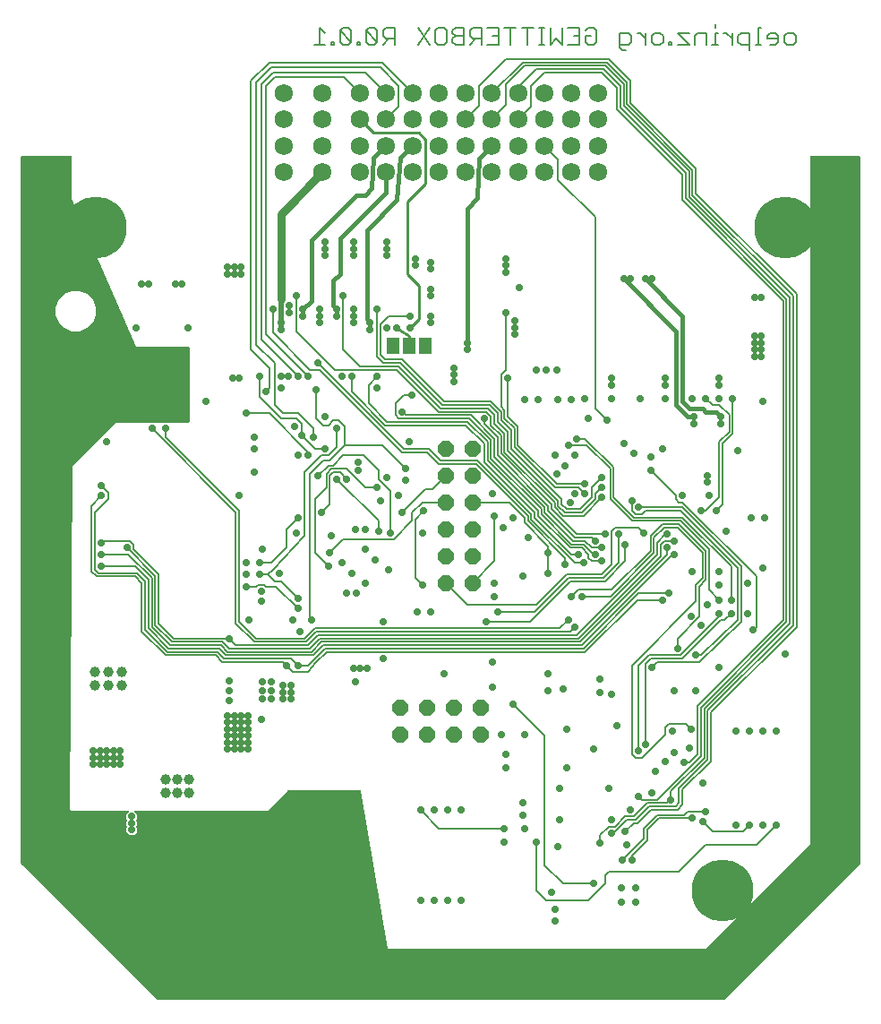
<source format=gbr>
G04 EAGLE Gerber RS-274X export*
G75*
%MOMM*%
%FSLAX34Y34*%
%LPD*%
%INBottom Copper*%
%IPPOS*%
%AMOC8*
5,1,8,0,0,1.08239X$1,22.5*%
G01*
%ADD10C,0.152400*%
%ADD11R,1.168400X1.600200*%
%ADD12P,1.649562X8X292.500000*%
%ADD13C,1.725000*%
%ADD14P,1.649562X8X202.500000*%
%ADD15C,0.711200*%
%ADD16C,5.842000*%
%ADD17C,1.006400*%
%ADD18C,0.254000*%
%ADD19C,0.203200*%
%ADD20C,0.508000*%
%ADD21C,0.762000*%
%ADD22C,0.406400*%

G36*
X668459Y3190D02*
X668459Y3190D01*
X668550Y3198D01*
X668580Y3210D01*
X668612Y3215D01*
X668693Y3258D01*
X668777Y3294D01*
X668809Y3320D01*
X668829Y3331D01*
X668852Y3354D01*
X668908Y3399D01*
X796601Y131092D01*
X796654Y131166D01*
X796714Y131236D01*
X796726Y131266D01*
X796745Y131292D01*
X796772Y131379D01*
X796806Y131464D01*
X796810Y131505D01*
X796817Y131527D01*
X796816Y131559D01*
X796824Y131631D01*
X796824Y799294D01*
X796816Y799345D01*
X796817Y799396D01*
X796789Y799511D01*
X796785Y799537D01*
X796780Y799545D01*
X796777Y799559D01*
X796516Y800264D01*
X796511Y800272D01*
X796510Y800280D01*
X796451Y800378D01*
X796394Y800478D01*
X796388Y800484D01*
X796383Y800491D01*
X796297Y800565D01*
X796211Y800642D01*
X796203Y800645D01*
X796197Y800651D01*
X796090Y800694D01*
X795984Y800739D01*
X795976Y800740D01*
X795968Y800743D01*
X795802Y800761D01*
X750000Y800761D01*
X749980Y800758D01*
X749961Y800760D01*
X749859Y800738D01*
X749757Y800722D01*
X749740Y800712D01*
X749720Y800708D01*
X749631Y800655D01*
X749540Y800606D01*
X749526Y800592D01*
X749509Y800582D01*
X749442Y800503D01*
X749371Y800428D01*
X749362Y800410D01*
X749349Y800395D01*
X749310Y800299D01*
X749267Y800205D01*
X749265Y800185D01*
X749257Y800167D01*
X749239Y800000D01*
X749239Y150315D01*
X663036Y64038D01*
X650560Y51561D01*
X349893Y51561D01*
X324600Y200153D01*
X324575Y200228D01*
X324558Y200305D01*
X324535Y200343D01*
X324521Y200385D01*
X324472Y200448D01*
X324432Y200516D01*
X324398Y200545D01*
X324371Y200580D01*
X324305Y200624D01*
X324245Y200676D01*
X324203Y200693D01*
X324166Y200717D01*
X324090Y200738D01*
X324017Y200768D01*
X323958Y200774D01*
X323929Y200782D01*
X323902Y200781D01*
X323850Y200786D01*
X255588Y200786D01*
X255497Y200772D01*
X255407Y200764D01*
X255377Y200752D01*
X255345Y200747D01*
X255264Y200704D01*
X255180Y200668D01*
X255148Y200642D01*
X255127Y200631D01*
X255105Y200608D01*
X255049Y200563D01*
X236222Y181736D01*
X111090Y181736D01*
X111019Y181725D01*
X110948Y181723D01*
X110899Y181705D01*
X110847Y181697D01*
X110784Y181663D01*
X110717Y181638D01*
X110676Y181606D01*
X110630Y181581D01*
X110581Y181530D01*
X110525Y181485D01*
X110496Y181441D01*
X110461Y181403D01*
X110430Y181338D01*
X110392Y181278D01*
X110379Y181227D01*
X110357Y181180D01*
X110349Y181109D01*
X110332Y181039D01*
X110336Y180987D01*
X110330Y180936D01*
X110345Y180865D01*
X110351Y180794D01*
X110371Y180746D01*
X110382Y180695D01*
X110419Y180634D01*
X110447Y180568D01*
X110492Y180512D01*
X110508Y180484D01*
X110526Y180469D01*
X110552Y180437D01*
X112777Y178212D01*
X112777Y174213D01*
X112139Y173576D01*
X112128Y173560D01*
X112112Y173547D01*
X112056Y173460D01*
X111996Y173376D01*
X111990Y173357D01*
X111979Y173340D01*
X111954Y173240D01*
X111923Y173141D01*
X111924Y173121D01*
X111919Y173102D01*
X111927Y172999D01*
X111930Y172895D01*
X111937Y172876D01*
X111938Y172857D01*
X111979Y172762D01*
X112014Y172664D01*
X112027Y172648D01*
X112035Y172630D01*
X112139Y172499D01*
X112777Y171862D01*
X112777Y167863D01*
X112139Y167226D01*
X112128Y167210D01*
X112112Y167197D01*
X112056Y167110D01*
X111996Y167026D01*
X111990Y167007D01*
X111979Y166990D01*
X111954Y166890D01*
X111923Y166791D01*
X111924Y166771D01*
X111919Y166752D01*
X111927Y166649D01*
X111930Y166545D01*
X111937Y166526D01*
X111938Y166506D01*
X111979Y166412D01*
X112014Y166314D01*
X112027Y166298D01*
X112035Y166280D01*
X112139Y166149D01*
X112777Y165512D01*
X112777Y161513D01*
X109949Y158686D01*
X105951Y158686D01*
X103123Y161513D01*
X103123Y165512D01*
X103761Y166149D01*
X103772Y166165D01*
X103788Y166178D01*
X103844Y166265D01*
X103904Y166349D01*
X103910Y166368D01*
X103921Y166385D01*
X103946Y166485D01*
X103977Y166584D01*
X103976Y166604D01*
X103981Y166623D01*
X103973Y166726D01*
X103970Y166830D01*
X103963Y166849D01*
X103962Y166868D01*
X103921Y166963D01*
X103886Y167061D01*
X103873Y167077D01*
X103865Y167095D01*
X103761Y167226D01*
X103123Y167863D01*
X103123Y171862D01*
X103761Y172499D01*
X103772Y172515D01*
X103788Y172528D01*
X103844Y172615D01*
X103904Y172699D01*
X103910Y172718D01*
X103921Y172735D01*
X103946Y172835D01*
X103977Y172934D01*
X103976Y172954D01*
X103981Y172973D01*
X103973Y173076D01*
X103970Y173180D01*
X103963Y173199D01*
X103962Y173219D01*
X103921Y173313D01*
X103886Y173411D01*
X103873Y173427D01*
X103865Y173445D01*
X103761Y173576D01*
X103123Y174213D01*
X103123Y178212D01*
X105348Y180437D01*
X105390Y180495D01*
X105439Y180547D01*
X105461Y180594D01*
X105492Y180636D01*
X105513Y180705D01*
X105543Y180770D01*
X105549Y180822D01*
X105564Y180872D01*
X105562Y180943D01*
X105570Y181014D01*
X105559Y181065D01*
X105558Y181117D01*
X105533Y181185D01*
X105518Y181255D01*
X105491Y181299D01*
X105473Y181348D01*
X105428Y181404D01*
X105392Y181466D01*
X105352Y181500D01*
X105320Y181540D01*
X105259Y181579D01*
X105205Y181626D01*
X105156Y181645D01*
X105113Y181673D01*
X105043Y181691D01*
X104977Y181718D01*
X104905Y181726D01*
X104874Y181734D01*
X104851Y181732D01*
X104810Y181736D01*
X51113Y181736D01*
X49176Y183653D01*
X51559Y507682D01*
X92390Y548514D01*
X161925Y548514D01*
X161945Y548517D01*
X161964Y548515D01*
X162066Y548537D01*
X162168Y548554D01*
X162185Y548563D01*
X162205Y548567D01*
X162294Y548620D01*
X162385Y548669D01*
X162399Y548683D01*
X162416Y548693D01*
X162483Y548772D01*
X162555Y548847D01*
X162563Y548865D01*
X162576Y548880D01*
X162615Y548976D01*
X162658Y549070D01*
X162660Y549090D01*
X162668Y549108D01*
X162686Y549275D01*
X162686Y619125D01*
X162683Y619145D01*
X162685Y619164D01*
X162663Y619266D01*
X162647Y619368D01*
X162637Y619385D01*
X162633Y619405D01*
X162580Y619494D01*
X162531Y619585D01*
X162517Y619599D01*
X162507Y619616D01*
X162428Y619683D01*
X162353Y619755D01*
X162335Y619763D01*
X162320Y619776D01*
X162224Y619815D01*
X162130Y619858D01*
X162110Y619860D01*
X162092Y619868D01*
X161925Y619886D01*
X111624Y619886D01*
X50761Y759783D01*
X50761Y800000D01*
X50758Y800020D01*
X50760Y800039D01*
X50738Y800141D01*
X50722Y800243D01*
X50712Y800260D01*
X50708Y800280D01*
X50655Y800369D01*
X50606Y800460D01*
X50592Y800474D01*
X50582Y800491D01*
X50503Y800558D01*
X50428Y800630D01*
X50410Y800638D01*
X50395Y800651D01*
X50299Y800690D01*
X50205Y800733D01*
X50185Y800735D01*
X50167Y800743D01*
X50000Y800761D01*
X4198Y800761D01*
X4190Y800760D01*
X4182Y800761D01*
X4069Y800740D01*
X3956Y800722D01*
X3948Y800718D01*
X3940Y800716D01*
X3840Y800660D01*
X3738Y800606D01*
X3732Y800600D01*
X3725Y800596D01*
X3648Y800511D01*
X3569Y800428D01*
X3565Y800420D01*
X3560Y800414D01*
X3484Y800264D01*
X3223Y799559D01*
X3213Y799509D01*
X3194Y799461D01*
X3181Y799344D01*
X3176Y799317D01*
X3177Y799308D01*
X3176Y799294D01*
X3176Y131631D01*
X3190Y131541D01*
X3198Y131450D01*
X3210Y131420D01*
X3215Y131388D01*
X3258Y131307D01*
X3294Y131223D01*
X3320Y131191D01*
X3331Y131171D01*
X3354Y131148D01*
X3399Y131092D01*
X131092Y3399D01*
X131166Y3346D01*
X131236Y3286D01*
X131266Y3274D01*
X131292Y3255D01*
X131379Y3228D01*
X131464Y3194D01*
X131505Y3190D01*
X131527Y3183D01*
X131559Y3184D01*
X131631Y3176D01*
X668369Y3176D01*
X668459Y3190D01*
G37*
%LPC*%
G36*
X51213Y634959D02*
X51213Y634959D01*
X44214Y637858D01*
X38858Y643214D01*
X35959Y650213D01*
X35959Y657787D01*
X38858Y664786D01*
X44214Y670142D01*
X51213Y673041D01*
X58787Y673041D01*
X65786Y670142D01*
X71142Y664786D01*
X74041Y657787D01*
X74041Y650213D01*
X71142Y643214D01*
X65786Y637858D01*
X58787Y634959D01*
X51213Y634959D01*
G37*
%LPD*%
D10*
X733126Y905637D02*
X727703Y905637D01*
X724991Y908349D01*
X724991Y913772D01*
X727703Y916484D01*
X733126Y916484D01*
X735838Y913772D01*
X735838Y908349D01*
X733126Y905637D01*
X716755Y905637D02*
X711332Y905637D01*
X716755Y905637D02*
X719466Y908349D01*
X719466Y913772D01*
X716755Y916484D01*
X711332Y916484D01*
X708620Y913772D01*
X708620Y911060D01*
X719466Y911060D01*
X703095Y921907D02*
X700383Y921907D01*
X700383Y905637D01*
X697672Y905637D02*
X703095Y905637D01*
X692181Y900214D02*
X692181Y916484D01*
X684046Y916484D01*
X681334Y913772D01*
X681334Y908349D01*
X684046Y905637D01*
X692181Y905637D01*
X675809Y905637D02*
X675809Y916484D01*
X670386Y916484D02*
X675809Y911060D01*
X670386Y916484D02*
X667674Y916484D01*
X662166Y916484D02*
X659454Y916484D01*
X659454Y905637D01*
X656743Y905637D02*
X662166Y905637D01*
X659454Y921907D02*
X659454Y924619D01*
X651252Y916484D02*
X651252Y905637D01*
X651252Y916484D02*
X643117Y916484D01*
X640405Y913772D01*
X640405Y905637D01*
X634880Y916484D02*
X624033Y916484D01*
X634880Y905637D01*
X624033Y905637D01*
X618508Y905637D02*
X618508Y908349D01*
X615797Y908349D01*
X615797Y905637D01*
X618508Y905637D01*
X607611Y905637D02*
X602188Y905637D01*
X599476Y908349D01*
X599476Y913772D01*
X602188Y916484D01*
X607611Y916484D01*
X610323Y913772D01*
X610323Y908349D01*
X607611Y905637D01*
X593951Y905637D02*
X593951Y916484D01*
X588528Y916484D02*
X593951Y911060D01*
X588528Y916484D02*
X585816Y916484D01*
X574885Y900214D02*
X572173Y900214D01*
X569462Y902925D01*
X569462Y916484D01*
X577597Y916484D01*
X580308Y913772D01*
X580308Y908349D01*
X577597Y905637D01*
X569462Y905637D01*
X539430Y921907D02*
X536718Y919195D01*
X539430Y921907D02*
X544853Y921907D01*
X547565Y919195D01*
X547565Y908349D01*
X544853Y905637D01*
X539430Y905637D01*
X536718Y908349D01*
X536718Y913772D01*
X542142Y913772D01*
X531193Y921907D02*
X520347Y921907D01*
X531193Y921907D02*
X531193Y905637D01*
X520347Y905637D01*
X525770Y913772D02*
X531193Y913772D01*
X514822Y921907D02*
X514822Y905637D01*
X509399Y911060D01*
X503975Y905637D01*
X503975Y921907D01*
X498450Y905637D02*
X493027Y905637D01*
X495739Y905637D02*
X495739Y921907D01*
X498450Y921907D02*
X493027Y921907D01*
X482113Y921907D02*
X482113Y905637D01*
X487536Y921907D02*
X476689Y921907D01*
X465741Y921907D02*
X465741Y905637D01*
X471164Y921907D02*
X460318Y921907D01*
X454793Y921907D02*
X443946Y921907D01*
X454793Y921907D02*
X454793Y905637D01*
X443946Y905637D01*
X449370Y913772D02*
X454793Y913772D01*
X438421Y905637D02*
X438421Y921907D01*
X430286Y921907D01*
X427575Y919195D01*
X427575Y913772D01*
X430286Y911060D01*
X438421Y911060D01*
X432998Y911060D02*
X427575Y905637D01*
X422050Y905637D02*
X422050Y921907D01*
X413915Y921907D01*
X411203Y919195D01*
X411203Y916484D01*
X413915Y913772D01*
X411203Y911060D01*
X411203Y908349D01*
X413915Y905637D01*
X422050Y905637D01*
X422050Y913772D02*
X413915Y913772D01*
X402967Y921907D02*
X397543Y921907D01*
X402967Y921907D02*
X405678Y919195D01*
X405678Y908349D01*
X402967Y905637D01*
X397543Y905637D01*
X394832Y908349D01*
X394832Y919195D01*
X397543Y921907D01*
X389307Y921907D02*
X378460Y905637D01*
X389307Y905637D02*
X378460Y921907D01*
X356563Y921907D02*
X356563Y905637D01*
X356563Y921907D02*
X348429Y921907D01*
X345717Y919195D01*
X345717Y913772D01*
X348429Y911060D01*
X356563Y911060D01*
X351140Y911060D02*
X345717Y905637D01*
X340192Y908349D02*
X340192Y919195D01*
X337480Y921907D01*
X332057Y921907D01*
X329345Y919195D01*
X329345Y908349D01*
X332057Y905637D01*
X337480Y905637D01*
X340192Y908349D01*
X329345Y919195D01*
X323820Y908349D02*
X323820Y905637D01*
X323820Y908349D02*
X321109Y908349D01*
X321109Y905637D01*
X323820Y905637D01*
X315635Y908349D02*
X315635Y919195D01*
X312923Y921907D01*
X307500Y921907D01*
X304788Y919195D01*
X304788Y908349D01*
X307500Y905637D01*
X312923Y905637D01*
X315635Y908349D01*
X304788Y919195D01*
X299263Y908349D02*
X299263Y905637D01*
X299263Y908349D02*
X296551Y908349D01*
X296551Y905637D01*
X299263Y905637D01*
X291077Y916484D02*
X285654Y921907D01*
X285654Y905637D01*
X291077Y905637D02*
X280231Y905637D01*
D11*
X354648Y620713D03*
X369888Y620713D03*
X385128Y620713D03*
D12*
X430213Y523875D03*
X404813Y523875D03*
X430213Y498475D03*
X404813Y498475D03*
X430213Y473075D03*
X404813Y473075D03*
X430213Y447675D03*
X404813Y447675D03*
X430213Y422275D03*
X404813Y422275D03*
X430213Y396875D03*
X404813Y396875D03*
D13*
X251500Y785000D03*
X251500Y810000D03*
X251500Y835000D03*
X251500Y860000D03*
X288500Y785000D03*
X288500Y810000D03*
X288500Y835000D03*
X288500Y860000D03*
X323500Y785000D03*
X323500Y810000D03*
X323500Y835000D03*
X323500Y860000D03*
X348500Y785000D03*
X348500Y810000D03*
X348500Y835000D03*
X348500Y860000D03*
X373500Y785000D03*
X373500Y810000D03*
X373500Y835000D03*
X373500Y860000D03*
X398500Y785000D03*
X398500Y810000D03*
X398500Y835000D03*
X398500Y860000D03*
X423500Y785000D03*
X423500Y810000D03*
X423500Y835000D03*
X423500Y860000D03*
X448500Y785000D03*
X448500Y810000D03*
X448500Y835000D03*
X448500Y860000D03*
X473500Y785000D03*
X473500Y810000D03*
X473500Y835000D03*
X473500Y860000D03*
X498500Y785000D03*
X498500Y810000D03*
X498500Y835000D03*
X498500Y860000D03*
X523500Y785000D03*
X523500Y810000D03*
X523500Y835000D03*
X523500Y860000D03*
X548500Y785000D03*
X548500Y810000D03*
X548500Y835000D03*
X548500Y860000D03*
D14*
X438150Y279400D03*
X438150Y254000D03*
X412750Y279400D03*
X412750Y254000D03*
X387350Y279400D03*
X387350Y254000D03*
X361950Y279400D03*
X361950Y254000D03*
D15*
X290513Y554038D03*
X306388Y592138D03*
X349250Y496888D03*
X247650Y406400D03*
X323850Y315913D03*
X249238Y581025D03*
X339725Y581025D03*
X223838Y534988D03*
X215900Y404813D03*
X200025Y295275D03*
X200025Y285750D03*
X200025Y304800D03*
X231775Y428625D03*
X412750Y587375D03*
X317500Y642938D03*
X285750Y642938D03*
X285750Y649288D03*
X317500Y649288D03*
X349250Y638175D03*
X285750Y655638D03*
X317500Y655638D03*
X412750Y593725D03*
X412750Y600075D03*
X223838Y523875D03*
X320675Y387350D03*
X704850Y168275D03*
X449263Y481013D03*
X508000Y517525D03*
X693738Y458788D03*
X550863Y293688D03*
X450850Y396875D03*
X458788Y449263D03*
X482600Y439738D03*
X663575Y395288D03*
X638175Y407988D03*
X641350Y295275D03*
X561975Y590550D03*
X612775Y584200D03*
X612775Y590550D03*
X663575Y584200D03*
X663575Y590550D03*
X652463Y498475D03*
X561975Y571500D03*
X654050Y479425D03*
X598488Y515938D03*
X582613Y519113D03*
X612775Y571500D03*
X703263Y666750D03*
X696913Y666750D03*
X652463Y492125D03*
X509588Y500063D03*
X527050Y517525D03*
X527050Y481013D03*
X636541Y365172D03*
X663575Y571500D03*
X219075Y361950D03*
X290513Y706438D03*
X290513Y712788D03*
X290513Y719138D03*
X317500Y719138D03*
X317500Y712788D03*
X317500Y706438D03*
X349250Y706438D03*
X349250Y712788D03*
X349250Y719138D03*
X376238Y703263D03*
X376238Y696913D03*
X652463Y376238D03*
D16*
X74000Y733000D03*
X726000Y733000D03*
X667000Y106000D03*
X133000Y106000D03*
D17*
X15875Y781050D03*
X34925Y781050D03*
X34925Y762000D03*
X15875Y762000D03*
X15875Y742950D03*
X34925Y742950D03*
X34925Y723900D03*
X15875Y723900D03*
X15875Y704850D03*
X34925Y704850D03*
X34925Y685800D03*
X15875Y685800D03*
X15875Y666750D03*
X31750Y666750D03*
X30163Y647700D03*
X15875Y647700D03*
X15875Y628650D03*
X34925Y628650D03*
X34925Y609600D03*
X15875Y609600D03*
X15875Y590550D03*
X34925Y590550D03*
X34925Y571500D03*
X15875Y571500D03*
X15875Y552450D03*
X34925Y552450D03*
X34925Y533400D03*
X15875Y533400D03*
X15875Y514350D03*
X34925Y514350D03*
X34925Y495300D03*
X15875Y495300D03*
X15875Y476250D03*
X34925Y476250D03*
X34925Y457200D03*
X15875Y457200D03*
X15875Y438150D03*
X34925Y438150D03*
X34925Y419100D03*
X15875Y419100D03*
X15875Y400050D03*
X34925Y400050D03*
X34925Y381000D03*
X15875Y381000D03*
X15875Y361950D03*
X34925Y361950D03*
X34925Y342900D03*
X15875Y342900D03*
X15875Y323850D03*
X34925Y323850D03*
X34925Y304800D03*
X15875Y304800D03*
X15875Y285750D03*
X34925Y285750D03*
X34925Y266700D03*
X15875Y266700D03*
X15875Y247650D03*
X34925Y247650D03*
X34925Y228600D03*
X15875Y228600D03*
X15875Y209550D03*
X34925Y209550D03*
X34925Y190500D03*
X15875Y190500D03*
X765175Y781050D03*
X784225Y762000D03*
X765175Y762000D03*
X765175Y742950D03*
X784225Y742950D03*
X784225Y723900D03*
X765175Y723900D03*
X765175Y704850D03*
X784225Y704850D03*
X784225Y685800D03*
X765175Y685800D03*
X765175Y666750D03*
X784225Y666750D03*
X784225Y647700D03*
X765175Y647700D03*
X765175Y628650D03*
X784225Y628650D03*
X784225Y609600D03*
X765175Y609600D03*
X765175Y590550D03*
X784225Y590550D03*
X784225Y571500D03*
X765175Y571500D03*
X765175Y552450D03*
X784225Y552450D03*
X784225Y533400D03*
X765175Y533400D03*
X765175Y514350D03*
X784225Y514350D03*
X784225Y495300D03*
X765175Y495300D03*
X765175Y476250D03*
X784225Y476250D03*
X784225Y457200D03*
X765175Y457200D03*
X765175Y438150D03*
X784225Y438150D03*
X784225Y419100D03*
X765175Y419100D03*
X765175Y400050D03*
X784225Y400050D03*
X784225Y381000D03*
X765175Y381000D03*
X765175Y361950D03*
X784225Y361950D03*
X784225Y342900D03*
X765175Y342900D03*
X765175Y323850D03*
X784225Y323850D03*
X784225Y304800D03*
X765175Y304800D03*
X765175Y285750D03*
X784225Y285750D03*
X784225Y266700D03*
X765175Y266700D03*
X765175Y247650D03*
X784225Y247650D03*
X784225Y228600D03*
X765175Y228600D03*
X765175Y209550D03*
X784225Y209550D03*
X784225Y190500D03*
X765175Y190500D03*
X152400Y34925D03*
X152400Y15875D03*
X171450Y15875D03*
X171450Y34925D03*
X190500Y34925D03*
X190500Y15875D03*
X209550Y15875D03*
X209550Y34925D03*
X228600Y34925D03*
X228600Y15875D03*
X247650Y15875D03*
X247650Y34925D03*
X266700Y34925D03*
X266700Y15875D03*
X285750Y15875D03*
X285750Y34925D03*
X304800Y34925D03*
X304800Y15875D03*
X323850Y15875D03*
X323850Y34925D03*
X342900Y34925D03*
X342900Y15875D03*
X361950Y15875D03*
X361950Y34925D03*
X381000Y34925D03*
X381000Y15875D03*
X400050Y15875D03*
X400050Y34925D03*
X419100Y34925D03*
X419100Y15875D03*
X438150Y15875D03*
X438150Y34925D03*
X457200Y34925D03*
X457200Y15875D03*
X476250Y15875D03*
X476250Y34925D03*
X495300Y34925D03*
X495300Y15875D03*
X514350Y15875D03*
X514350Y34925D03*
X533400Y34925D03*
X533400Y15875D03*
X552450Y15875D03*
X552450Y34925D03*
X571500Y34925D03*
X571500Y15875D03*
X590550Y15875D03*
X590550Y34925D03*
X609600Y34925D03*
X609600Y15875D03*
X628650Y15875D03*
X628650Y34925D03*
X647700Y34925D03*
X647700Y15875D03*
X15875Y171450D03*
X34925Y171450D03*
X34925Y152400D03*
X15875Y152400D03*
X765175Y171450D03*
X784225Y171450D03*
X784225Y152400D03*
X765175Y152400D03*
X44450Y133350D03*
X57150Y120650D03*
X69850Y107950D03*
X82550Y95250D03*
X95250Y82550D03*
X107950Y69850D03*
X120650Y57150D03*
X136525Y44450D03*
X666750Y44450D03*
X679450Y57150D03*
X692150Y69850D03*
X704850Y82550D03*
X717550Y95250D03*
X730250Y107950D03*
X742950Y120650D03*
X755650Y136525D03*
X679450Y31750D03*
X692150Y44450D03*
X704850Y57150D03*
X717550Y69850D03*
X730250Y82550D03*
X742950Y95250D03*
X755650Y107950D03*
X768350Y123825D03*
X781050Y136525D03*
X666750Y19050D03*
X31750Y120650D03*
X44450Y107950D03*
X57150Y95250D03*
X69850Y82550D03*
X82550Y69850D03*
X95250Y57150D03*
X107950Y44450D03*
X123825Y31750D03*
X136525Y19050D03*
X19050Y133350D03*
D15*
X588963Y571500D03*
X628650Y479425D03*
X638175Y571500D03*
X536575Y571500D03*
D17*
X784225Y781050D03*
D15*
X461963Y703263D03*
X461963Y696913D03*
X461963Y690563D03*
X469900Y644525D03*
X469900Y631825D03*
X469900Y638175D03*
X393700Y182563D03*
X366713Y493713D03*
X501650Y311150D03*
X515938Y296863D03*
X457200Y254000D03*
X519113Y258763D03*
X479425Y254000D03*
X501650Y295275D03*
X461963Y234950D03*
X612775Y228600D03*
X477838Y188913D03*
X477838Y177800D03*
X479425Y165100D03*
X561975Y173038D03*
X511175Y147638D03*
X576263Y149225D03*
X600075Y198438D03*
X544513Y239713D03*
X460375Y152400D03*
X249238Y592138D03*
X255588Y592138D03*
X257175Y658813D03*
X257175Y652463D03*
X561975Y584200D03*
X619125Y257175D03*
X635000Y241300D03*
X681038Y522288D03*
X704850Y568325D03*
X369888Y530225D03*
X449263Y298450D03*
X230188Y388938D03*
X512763Y203200D03*
X317500Y315913D03*
X330200Y315913D03*
X566738Y261938D03*
X519113Y222250D03*
X500063Y598488D03*
X215900Y415925D03*
X342900Y474663D03*
X319088Y447675D03*
X346075Y360363D03*
X390525Y369888D03*
X346075Y325438D03*
X403225Y311150D03*
X263525Y444500D03*
X360363Y479425D03*
X382588Y444500D03*
X509588Y598488D03*
X511175Y569913D03*
X492125Y569913D03*
X479425Y569913D03*
X523875Y569913D03*
X561975Y292100D03*
D17*
X263525Y127000D03*
X276225Y127000D03*
X288925Y127000D03*
X301625Y127000D03*
X314325Y127000D03*
X263525Y139700D03*
X263525Y152400D03*
X263525Y165100D03*
X263525Y177800D03*
X263525Y190500D03*
X276225Y139700D03*
X276225Y152400D03*
X276225Y165100D03*
X276225Y177800D03*
X276225Y190500D03*
X288925Y190500D03*
X288925Y177800D03*
X288925Y165100D03*
X288925Y152400D03*
X288925Y139700D03*
X301625Y139700D03*
X301625Y152400D03*
X301625Y165100D03*
X301625Y177800D03*
X301625Y190500D03*
X314325Y190500D03*
X314325Y177800D03*
X314325Y165100D03*
X314325Y152400D03*
X314325Y139700D03*
D15*
X123825Y679450D03*
X117475Y679450D03*
X149225Y679450D03*
X155575Y679450D03*
X93663Y601663D03*
X319088Y303213D03*
D17*
X98425Y300038D03*
X98425Y312738D03*
X85725Y300038D03*
X73025Y300038D03*
X85725Y312738D03*
X73025Y312738D03*
X161925Y198438D03*
X161925Y211138D03*
X150813Y198438D03*
X139700Y198438D03*
X150813Y211138D03*
X139700Y211138D03*
D15*
X230188Y268288D03*
X111919Y638175D03*
X84138Y530225D03*
X177800Y568325D03*
X161131Y638175D03*
X571049Y109039D03*
X571049Y95569D03*
X584519Y95569D03*
X584519Y109039D03*
X504825Y104775D03*
X508000Y88900D03*
X508000Y77788D03*
X203200Y590550D03*
X209550Y590550D03*
X63500Y546100D03*
X69850Y546100D03*
X209550Y479425D03*
D17*
X153988Y576263D03*
X142875Y576263D03*
X130175Y576263D03*
X119063Y576263D03*
X119063Y590550D03*
X130175Y590550D03*
X142875Y590550D03*
X153988Y590550D03*
D15*
X322263Y511175D03*
X265113Y517525D03*
X322263Y503238D03*
X354013Y623888D03*
D18*
X354648Y620713D01*
D15*
X311150Y387350D03*
X266700Y350838D03*
X703263Y623888D03*
X696913Y630238D03*
X696913Y611188D03*
X703263Y611188D03*
X696913Y623888D03*
X703263Y630238D03*
X223838Y501650D03*
X406400Y182563D03*
X107950Y163513D03*
X107950Y176213D03*
X107950Y169863D03*
X603250Y219075D03*
X620713Y236538D03*
X579438Y182563D03*
X354013Y617538D03*
X703263Y617538D03*
X696913Y617538D03*
X230188Y379413D03*
X558800Y203200D03*
X512763Y173038D03*
X461963Y222250D03*
X328613Y447675D03*
X377825Y369888D03*
X328613Y428625D03*
X338138Y419100D03*
X306388Y415925D03*
X315913Y406400D03*
X328613Y396875D03*
X350838Y409575D03*
X296863Y441325D03*
X490538Y598488D03*
X449263Y322263D03*
X198438Y271463D03*
X204788Y271463D03*
X211138Y271463D03*
X211138Y265113D03*
X204788Y265113D03*
X198438Y265113D03*
X198438Y258763D03*
X204788Y258763D03*
X211138Y258763D03*
X211138Y252413D03*
X211138Y246063D03*
X204788Y246063D03*
X204788Y252413D03*
X198438Y252413D03*
X198438Y246063D03*
X211138Y239713D03*
X204788Y239713D03*
X198438Y239713D03*
X690563Y396875D03*
X690563Y368300D03*
X217488Y239713D03*
X217488Y246063D03*
X217488Y252413D03*
X217488Y258763D03*
X217488Y265113D03*
X217488Y271463D03*
X647700Y207963D03*
X692150Y168275D03*
X647700Y171450D03*
D10*
X657225Y161925D01*
X685800Y161925D01*
X692150Y168275D01*
D15*
X282575Y579438D03*
X277813Y361950D03*
D19*
X282575Y552450D02*
X282575Y579438D01*
X282575Y552450D02*
X288925Y546100D01*
X293688Y546100D01*
X298450Y550863D01*
X303213Y550863D01*
X309563Y544513D01*
X309563Y527050D01*
X295275Y512763D01*
X288925Y512763D01*
X276225Y500063D01*
X276225Y363538D01*
X277813Y361950D01*
D15*
X366713Y504825D03*
D10*
X344488Y527050D02*
X309563Y527050D01*
X344488Y527050D02*
X366713Y504825D01*
D15*
X279400Y534988D03*
D19*
X279400Y542925D01*
X265113Y557213D01*
X250825Y557213D01*
X242888Y565150D01*
X242888Y604838D01*
X225425Y622300D01*
X225425Y869950D01*
X239713Y884238D01*
X342900Y884238D01*
X360363Y866775D01*
X360363Y846863D01*
X348500Y835000D01*
D15*
X265113Y592138D03*
D19*
X230188Y627063D01*
X230188Y868363D01*
X241300Y879475D01*
X329025Y879475D01*
X348500Y860000D01*
D15*
X274638Y592138D03*
D19*
X234950Y631825D01*
X234950Y866775D01*
X242888Y874713D01*
X308788Y874713D01*
X323500Y860000D01*
D15*
X261938Y544513D03*
X234950Y577850D03*
D19*
X238125Y581025D01*
X238125Y600075D01*
X220663Y617538D01*
X220663Y871538D01*
X238125Y889000D01*
X344500Y889000D01*
X373500Y860000D01*
D15*
X352425Y444500D03*
X284163Y498475D03*
D10*
X352425Y484188D02*
X352425Y444500D01*
X352425Y484188D02*
X341313Y495300D01*
X341313Y503238D01*
X327025Y517525D01*
X307975Y517525D01*
X298450Y508000D01*
X293688Y508000D01*
X284163Y498475D01*
D15*
X215900Y557213D03*
D19*
X274638Y520700D02*
X274638Y517525D01*
X274638Y520700D02*
X238125Y557213D01*
X215900Y557213D01*
D15*
X274638Y517525D03*
X249238Y642938D03*
X249238Y636588D03*
D20*
X249238Y665163D01*
D21*
X249238Y745738D01*
X288500Y785000D01*
D15*
X268288Y536575D03*
X290513Y523875D03*
D19*
X280988Y523875D02*
X268288Y536575D01*
X280988Y523875D02*
X290513Y523875D01*
X268288Y536575D02*
X268288Y547688D01*
X263525Y552450D01*
X249238Y552450D01*
X228600Y573088D01*
X228600Y592138D01*
D15*
X311150Y495300D03*
X287338Y463550D03*
D10*
X295275Y471488D01*
X295275Y498475D01*
X298450Y501650D01*
X304800Y501650D01*
X311150Y495300D01*
D15*
X339725Y487363D03*
X293688Y412750D03*
D10*
X280988Y425450D01*
X280988Y476250D01*
X292100Y487363D01*
X292100Y500063D01*
X296863Y504825D01*
X311150Y504825D01*
X328613Y487363D01*
X339725Y487363D01*
D15*
X301625Y495300D03*
X341313Y446088D03*
D10*
X341313Y455613D01*
X301625Y495300D01*
D19*
X287338Y517525D02*
X271463Y501650D01*
X287338Y517525D02*
X293688Y517525D01*
X301625Y525463D01*
X301625Y542925D01*
D15*
X301625Y542925D03*
D19*
X271463Y501650D02*
X271463Y441325D01*
X241300Y409575D01*
X236538Y404813D01*
X228600Y404813D01*
D15*
X228600Y404813D03*
X265113Y382588D03*
D10*
X249238Y398463D01*
X242888Y398463D01*
X236538Y404813D01*
D15*
X228600Y415925D03*
X265113Y458788D03*
X215900Y393700D03*
X265113Y373063D03*
D10*
X244475Y393700D01*
X234950Y393700D01*
X233363Y395288D01*
X227013Y395288D01*
X225425Y393700D01*
X215900Y393700D01*
D19*
X228600Y415925D02*
X239713Y415925D01*
X254000Y430213D01*
X254000Y447675D01*
X265113Y458788D01*
D15*
X638175Y174625D03*
D10*
X606425Y174625D01*
X595313Y163513D01*
X595313Y153988D01*
X581025Y139700D01*
X581025Y134938D01*
D15*
X581025Y134938D03*
X650875Y180975D03*
D10*
X633413Y180975D01*
X630238Y177800D01*
X604838Y177800D01*
X592138Y165100D01*
X592138Y155575D01*
X571500Y134938D01*
D15*
X571500Y134938D03*
X593725Y244475D03*
D10*
X668338Y361950D02*
X674688Y368300D01*
X668338Y361950D02*
X665163Y361950D01*
X628650Y325438D01*
X598488Y325438D01*
X593725Y320675D01*
X593725Y244475D01*
D15*
X674688Y368300D03*
D10*
X585788Y169863D02*
X582613Y169863D01*
X585788Y169863D02*
X598488Y182563D01*
X623888Y182563D01*
X628650Y187325D01*
X628650Y201613D01*
X655638Y228600D01*
X655638Y274638D01*
X736600Y355600D01*
X736600Y669925D01*
X641350Y765175D01*
X641350Y788988D01*
X579438Y850900D01*
X579438Y871538D01*
X558800Y892175D01*
X461963Y892175D01*
X436563Y866775D01*
X436563Y848063D01*
X423500Y835000D01*
D15*
X574675Y161925D03*
D10*
X582613Y169863D01*
D15*
X460375Y165100D03*
X381000Y182563D03*
D10*
X398463Y165100D01*
X460375Y165100D01*
D15*
X241300Y655638D03*
D10*
X241300Y633413D01*
X276225Y598488D01*
X285750Y598488D01*
X363538Y520700D01*
X387350Y520700D01*
X398463Y509588D01*
X433388Y509588D01*
X482600Y460375D01*
X482600Y455613D01*
X517525Y420688D01*
X517525Y414338D01*
D15*
X517525Y414338D03*
X284163Y604838D03*
D10*
X365125Y523875D01*
X388938Y523875D01*
X400050Y512763D01*
X434975Y512763D01*
X485775Y461963D01*
X485775Y457200D01*
X527050Y415925D01*
D15*
X534988Y415925D03*
D10*
X527050Y415925D01*
D15*
X269875Y655638D03*
X269875Y649288D03*
D22*
X269875Y655638D01*
X277813Y663575D01*
X277813Y720725D01*
X320675Y763588D01*
X328613Y763588D01*
X334963Y769938D01*
X336550Y798513D01*
X348500Y810000D01*
D15*
X371475Y638175D03*
D18*
X379413Y646113D01*
X379413Y677863D01*
X368300Y688975D01*
X368300Y757238D01*
X385763Y774700D01*
X385763Y815975D01*
X379413Y822325D01*
X336175Y822325D01*
X323500Y835000D01*
D15*
X425450Y623888D03*
X425450Y617538D03*
D22*
X425450Y750888D01*
X434975Y760413D01*
X436563Y798063D01*
X448500Y810000D01*
D15*
X665163Y554038D03*
X665163Y547688D03*
X600075Y684213D03*
X593725Y684213D03*
D22*
X660400Y558800D02*
X665163Y554038D01*
X660400Y558800D02*
X650875Y558800D01*
X647700Y561975D01*
X635000Y561975D01*
X628650Y568325D01*
X628650Y649288D01*
X593725Y684213D01*
D15*
X454025Y369888D03*
X568325Y442913D03*
D10*
X488950Y369888D02*
X454025Y369888D01*
X488950Y369888D02*
X520700Y401638D01*
X554038Y401638D01*
X568325Y415925D01*
X568325Y442913D01*
D15*
X442913Y360363D03*
X574675Y433388D03*
D10*
X484188Y360363D02*
X442913Y360363D01*
X484188Y360363D02*
X522288Y398463D01*
X555625Y398463D01*
X574675Y417513D01*
X574675Y433388D01*
D15*
X373063Y574675D03*
D10*
X365125Y574675D01*
X357188Y566738D01*
X357188Y555625D01*
X360363Y552450D01*
X427038Y552450D01*
X447675Y531813D01*
X447675Y514350D01*
X495300Y466725D01*
X495300Y461963D01*
X523875Y433388D01*
D15*
X546100Y423863D03*
D10*
X544513Y423863D01*
X534988Y433388D01*
X523875Y433388D01*
D15*
X441325Y552450D03*
D10*
X441325Y547688D01*
X454025Y534988D01*
X454025Y517525D01*
X501650Y469900D01*
X501650Y465138D01*
X527050Y439738D01*
D15*
X546100Y436563D03*
D10*
X542925Y439738D01*
X527050Y439738D01*
D15*
X363538Y558800D03*
D10*
X366713Y555625D01*
X428625Y555625D01*
X450850Y533400D01*
X450850Y515938D01*
X498475Y468313D01*
X498475Y463550D01*
X525463Y436563D01*
D15*
X552450Y430213D03*
D10*
X542925Y430213D01*
X536575Y436563D01*
X525463Y436563D01*
D15*
X315913Y592138D03*
D10*
X315913Y577850D01*
X347663Y546100D01*
X423863Y546100D01*
X441325Y528638D01*
X441325Y511175D01*
X488950Y463550D01*
X488950Y458788D01*
X523875Y423863D01*
X530225Y423863D01*
D15*
X530225Y423863D03*
X339725Y592138D03*
D10*
X331788Y584200D01*
X331788Y566738D01*
X349250Y549275D01*
X425450Y549275D01*
X444500Y530225D01*
X444500Y512763D01*
X492125Y465138D01*
X492125Y460375D01*
X522288Y430213D01*
X533400Y430213D01*
X539750Y423863D01*
X539750Y420688D01*
X542925Y417513D01*
D15*
X552450Y417513D03*
D10*
X542925Y417513D01*
D15*
X301625Y655638D03*
X301625Y649288D03*
D22*
X301625Y655638D01*
X298450Y658813D01*
X298450Y682625D01*
X304800Y688975D01*
X304800Y722313D01*
X348500Y766013D01*
X348500Y785000D01*
D15*
X333375Y642938D03*
X333375Y636588D03*
D22*
X333375Y642938D01*
X330200Y646113D01*
X330200Y730250D01*
X358775Y758825D01*
X361950Y798513D01*
X373500Y810000D01*
D15*
X557213Y550863D03*
D10*
X546100Y561975D01*
X546100Y742950D01*
X511175Y777875D01*
X511175Y797325D01*
X498500Y810000D01*
D15*
X587375Y238125D03*
D10*
X663575Y365125D02*
X663575Y368300D01*
X663575Y365125D02*
X627063Y328613D01*
X596900Y328613D01*
X587375Y319088D01*
X587375Y238125D01*
D15*
X663575Y368300D03*
X358775Y638175D03*
D18*
X369888Y630238D02*
X369888Y620713D01*
X369888Y630238D02*
X358775Y638175D01*
D15*
X463550Y590550D03*
D10*
X463550Y554038D01*
X473075Y544513D01*
D15*
X536575Y490538D03*
D10*
X473075Y527050D02*
X473075Y544513D01*
X473075Y527050D02*
X509588Y490538D01*
X536575Y490538D01*
D15*
X461963Y652463D03*
D10*
X461963Y598488D01*
X457200Y593725D01*
X457200Y563563D01*
X460375Y560388D01*
X460375Y552450D01*
X469900Y542925D01*
D15*
X536575Y481013D03*
D10*
X469900Y525463D02*
X469900Y542925D01*
X469900Y525463D02*
X508000Y487363D01*
X530225Y487363D01*
X536575Y481013D01*
D15*
X490538Y152400D03*
X717550Y168275D03*
D10*
X490538Y152400D02*
X490538Y106363D01*
X500063Y96838D01*
X539750Y96838D01*
X555625Y112713D01*
X555625Y120650D01*
X558800Y123825D01*
X625475Y123825D01*
X650875Y149225D01*
X698500Y149225D01*
X717550Y168275D01*
D15*
X250825Y293688D03*
X258763Y300038D03*
X250825Y287338D03*
X258763Y287338D03*
X387350Y623888D03*
D18*
X385128Y620713D01*
D15*
X250825Y300038D03*
X390525Y668338D03*
X390525Y674688D03*
X390525Y693738D03*
X390525Y700088D03*
X258763Y293688D03*
X387350Y617538D03*
X390525Y649288D03*
X390525Y642938D03*
X474663Y676275D03*
X198438Y695325D03*
X204788Y695325D03*
X211138Y695325D03*
X211138Y688975D03*
X204788Y688975D03*
X198438Y688975D03*
X239713Y287338D03*
X239713Y295275D03*
X239713Y303213D03*
X231775Y295275D03*
X231775Y287338D03*
X231775Y303213D03*
X260350Y361950D03*
X77788Y238125D03*
X77788Y225425D03*
X477838Y403225D03*
X620713Y295275D03*
X706438Y458788D03*
X609600Y523875D03*
X669925Y446088D03*
X573088Y528638D03*
X522288Y473075D03*
X517525Y508000D03*
X468313Y458788D03*
X550863Y306388D03*
X663575Y317500D03*
X663575Y407988D03*
X539750Y552450D03*
X450850Y384175D03*
X646113Y357188D03*
X71438Y225425D03*
X77788Y231775D03*
X71438Y238125D03*
X71438Y231775D03*
X84138Y225425D03*
X84138Y231775D03*
X84138Y238125D03*
X90488Y225425D03*
X90488Y231775D03*
X90488Y238125D03*
X96838Y238125D03*
X96838Y231775D03*
X96838Y225425D03*
X725488Y330200D03*
X704850Y411163D03*
X501650Y425450D03*
D10*
X501650Y431800D01*
X479425Y454025D01*
X479425Y458788D01*
X465138Y473075D01*
X430213Y473075D01*
D15*
X501650Y406400D03*
D10*
X501650Y425450D01*
D15*
X695325Y352425D03*
D10*
X698500Y355600D01*
X698500Y403225D01*
X628650Y473075D01*
X625475Y473075D01*
X622300Y476250D01*
X622300Y479425D01*
X598488Y503238D01*
D15*
X598488Y503238D03*
X450850Y460375D03*
D10*
X450850Y417513D01*
X430213Y396875D01*
D15*
X544513Y112713D03*
X468313Y282575D03*
D10*
X515938Y112713D02*
X544513Y112713D01*
X515938Y112713D02*
X498475Y130175D01*
X498475Y252413D01*
X468313Y282575D01*
D15*
X523875Y384175D03*
X623888Y334963D03*
D10*
X623888Y344488D01*
X644525Y365125D01*
X644525Y393700D01*
X650875Y400050D01*
X650875Y427038D01*
X625475Y452438D01*
X609600Y452438D01*
X598488Y441325D01*
X598488Y427038D01*
X561975Y390525D01*
X530225Y390525D01*
X523875Y384175D01*
D15*
X639763Y554038D03*
X639763Y547688D03*
X579438Y684213D03*
X573088Y684213D03*
D22*
X633413Y554038D02*
X639763Y554038D01*
X633413Y554038D02*
X622300Y565150D01*
X622300Y635000D01*
X573088Y684213D01*
D15*
X650875Y571500D03*
X646113Y465138D03*
D10*
X650875Y465138D01*
X663575Y477838D01*
X663575Y530225D01*
X673100Y539750D01*
X673100Y555625D01*
X663575Y565150D01*
X657225Y565150D01*
X650875Y571500D01*
D15*
X676275Y571500D03*
X660400Y465138D03*
D10*
X666750Y471488D01*
X666750Y528638D01*
X676275Y538163D01*
X676275Y571500D01*
D15*
X307975Y668338D03*
D10*
X450850Y555625D02*
X450850Y547688D01*
X460375Y538163D01*
X460375Y520700D01*
X508000Y473075D01*
X508000Y468313D01*
X450850Y555625D02*
X444500Y561975D01*
X400050Y561975D01*
X360363Y601663D01*
X323850Y601663D01*
X307975Y617538D01*
X307975Y668338D01*
X508000Y468313D02*
X515938Y460375D01*
X534988Y460375D01*
X552450Y477838D01*
D15*
X552450Y477838D03*
X263525Y668338D03*
D10*
X447675Y554038D02*
X447675Y546100D01*
X457200Y536575D01*
X457200Y519113D01*
X504825Y471488D01*
X504825Y466725D01*
X528638Y442913D01*
X447675Y554038D02*
X442913Y558800D01*
X398463Y558800D01*
X358775Y598488D01*
X300038Y598488D01*
X263525Y635000D01*
X263525Y668338D01*
D15*
X555625Y442913D03*
D10*
X528638Y442913D01*
D15*
X630238Y227013D03*
D10*
X635000Y227013D01*
X642938Y234950D01*
X642938Y280988D01*
X723900Y361950D01*
X723900Y663575D01*
X628650Y758825D02*
X628650Y782638D01*
X566738Y844550D01*
X566738Y865188D01*
X552450Y879475D01*
X498475Y879475D02*
X485775Y866775D01*
X485775Y847275D01*
X473500Y835000D01*
X498475Y879475D02*
X552450Y879475D01*
X628650Y758825D02*
X723900Y663575D01*
D15*
X587375Y195263D03*
D10*
X590550Y192088D01*
X604838Y192088D01*
X646113Y233363D01*
X646113Y279400D01*
X727075Y360363D01*
X727075Y665163D01*
X631825Y760413D02*
X631825Y784225D01*
X569913Y846138D01*
X569913Y866775D01*
X554038Y882650D01*
X490538Y882650D01*
X473500Y865613D02*
X473500Y860000D01*
X473500Y865613D02*
X490538Y882650D01*
X631825Y760413D02*
X727075Y665163D01*
D15*
X561975Y160338D03*
D10*
X563563Y160338D01*
X576263Y173038D01*
X584200Y173038D01*
X596900Y185738D01*
X622300Y185738D01*
X625475Y188913D01*
X625475Y203200D01*
X652463Y230188D01*
X652463Y276225D01*
X733425Y357188D01*
X733425Y668338D01*
X638175Y763588D01*
X638175Y787400D01*
X576263Y849313D01*
X576263Y869950D01*
X557213Y889000D01*
X477500Y889000D01*
X448500Y860000D01*
D15*
X382588Y395288D03*
X384175Y465138D03*
D10*
X376238Y457200D01*
X376238Y401638D01*
X382588Y395288D01*
X595313Y188913D02*
X582613Y176213D01*
X595313Y188913D02*
X614363Y188913D01*
X617538Y192088D01*
X617538Y200025D01*
X649288Y231775D01*
X649288Y277813D02*
X730250Y358775D01*
X730250Y666750D01*
X635000Y762000D01*
X635000Y785813D01*
X573088Y847725D01*
X573088Y868363D01*
X555625Y885825D01*
X479425Y885825D01*
X461963Y868363D01*
X461963Y848463D01*
X448500Y835000D01*
X574675Y176213D02*
X582613Y176213D01*
X574675Y176213D02*
X565150Y166688D01*
X558800Y166688D01*
X550863Y158750D01*
X550863Y150813D01*
D15*
X550863Y150813D03*
X617538Y192088D03*
D10*
X649288Y231775D02*
X649288Y277813D01*
D15*
X228600Y592138D03*
X636588Y258763D03*
D10*
X631825Y263525D01*
X615950Y263525D01*
X612775Y260350D01*
X612775Y254000D01*
X590550Y231775D01*
X584200Y231775D01*
X581025Y234950D01*
X581025Y319088D01*
X641350Y379413D01*
X641350Y395288D01*
X647700Y401638D01*
X647700Y425450D01*
X623888Y449263D01*
X611188Y449263D01*
X601663Y439738D01*
X601663Y425450D01*
X560388Y384175D01*
X533400Y384175D01*
D15*
X533400Y384175D03*
D10*
X674688Y381000D02*
X674688Y412750D01*
X628650Y458788D01*
X582613Y458788D01*
X563563Y477838D01*
X563563Y506413D01*
X536575Y533400D01*
X528638Y533400D01*
D15*
X674688Y381000D03*
X528638Y533400D03*
X600075Y317500D03*
D10*
X604838Y322263D01*
X644525Y322263D01*
X684213Y360363D01*
X684213Y412750D01*
X628650Y468313D01*
X587375Y468313D01*
D15*
X587375Y468313D03*
X641350Y328613D03*
D10*
X646113Y328613D01*
X681038Y361950D01*
X681038Y411163D01*
X627063Y465138D01*
X593725Y465138D01*
X590550Y461963D01*
X584200Y461963D01*
X581025Y465138D01*
X581025Y474663D01*
D15*
X581025Y474663D03*
D10*
X654050Y390525D02*
X663575Y381000D01*
X654050Y390525D02*
X654050Y428625D01*
X627063Y455613D01*
X581025Y455613D01*
X560388Y476250D01*
X560388Y504825D01*
X538163Y527050D01*
D15*
X663575Y381000D03*
X520700Y527050D03*
D10*
X538163Y527050D01*
D15*
X592138Y444500D03*
D10*
X587375Y449263D01*
X565150Y449263D01*
X561975Y446088D01*
X561975Y414338D01*
X552450Y404813D01*
X519113Y404813D01*
X490538Y376238D01*
X425450Y376238D01*
X404813Y396875D01*
X392113Y485775D02*
X404813Y498475D01*
X392113Y485775D02*
X385763Y485775D01*
X363538Y463550D01*
D15*
X363538Y463550D03*
X295275Y425450D03*
D10*
X307975Y438150D01*
X355600Y438150D01*
X373063Y455613D01*
X373063Y463550D01*
X382588Y473075D01*
X404813Y473075D01*
D15*
X520700Y361950D03*
X139700Y542925D03*
D10*
X139700Y534988D01*
X209550Y465138D01*
X209550Y360363D01*
X225425Y344488D01*
X271463Y344488D01*
X280988Y354013D01*
X512763Y354013D01*
X520700Y361950D01*
D15*
X527050Y355600D03*
X127000Y542925D03*
D10*
X206375Y463550D01*
X206375Y360363D01*
X206375Y358775D01*
X223838Y341313D01*
X225425Y341313D01*
X273050Y341313D01*
X282575Y350838D01*
X522288Y350838D01*
X527050Y355600D01*
D15*
X419100Y182563D03*
X381000Y96838D03*
X393700Y96838D03*
X406400Y96838D03*
X419100Y96838D03*
X679450Y168275D03*
X692150Y257175D03*
X679450Y257175D03*
X704850Y257175D03*
X717550Y257175D03*
X552450Y487363D03*
X339725Y655638D03*
D10*
X446088Y565150D02*
X454025Y557213D01*
X454025Y549275D01*
X463550Y539750D01*
X463550Y522288D01*
X511175Y474663D01*
X511175Y469900D01*
X446088Y565150D02*
X401638Y565150D01*
X361950Y604838D01*
X346075Y604838D01*
X339725Y611188D01*
X339725Y655638D01*
X511175Y469900D02*
X517525Y463550D01*
X533400Y463550D01*
X546100Y476250D01*
X546100Y481013D02*
X552450Y487363D01*
X546100Y481013D02*
X546100Y476250D01*
D15*
X552450Y496888D03*
X371475Y649288D03*
D10*
X447675Y568325D02*
X457200Y558800D01*
X457200Y550863D01*
X466725Y541338D01*
X466725Y523875D01*
X514350Y476250D01*
X514350Y471488D01*
X447675Y568325D02*
X403225Y568325D01*
X363538Y608013D01*
X347663Y608013D01*
X342900Y612775D01*
X342900Y641350D01*
X350838Y649288D01*
X371475Y649288D01*
X514350Y471488D02*
X519113Y466725D01*
X531813Y466725D01*
X542925Y477838D01*
X542925Y487363D01*
X552450Y496888D01*
D15*
X620713Y436563D03*
D10*
X611188Y436563D01*
X608013Y433388D01*
X608013Y422275D01*
X530225Y344488D01*
X285750Y344488D01*
X276225Y334963D01*
X200025Y334963D01*
X193675Y341313D01*
X146050Y341313D01*
X130175Y357188D01*
X130175Y403225D01*
X103188Y430213D01*
D15*
X103188Y430213D03*
X614363Y430213D03*
D10*
X614363Y423863D01*
X531813Y341313D01*
X287338Y341313D01*
X277813Y331788D01*
X198438Y331788D01*
X192088Y338138D01*
X144463Y338138D01*
X127000Y355600D01*
X127000Y401638D01*
X104775Y423863D01*
X79375Y423863D01*
D15*
X79375Y423863D03*
X620713Y423863D03*
D10*
X619125Y423863D01*
X533400Y338138D01*
X288925Y338138D01*
X279400Y328613D01*
X196850Y328613D01*
X190500Y334963D01*
X142875Y334963D01*
X123825Y354013D01*
X123825Y400050D01*
X111125Y412750D01*
X79375Y412750D01*
D15*
X79375Y412750D03*
X615950Y387350D03*
D10*
X587375Y387350D01*
X534988Y334963D01*
X290513Y334963D01*
X274638Y319088D01*
X265113Y319088D01*
X258763Y325438D01*
X195263Y325438D01*
X188913Y331788D01*
X141288Y331788D01*
X120650Y352425D01*
X120650Y398463D01*
X112713Y406400D01*
X76200Y406400D01*
X73025Y409575D01*
X73025Y463550D01*
X85725Y476250D01*
X85725Y482600D01*
X79375Y488950D01*
D15*
X79375Y488950D03*
X265113Y319088D03*
X609600Y381000D03*
D10*
X585788Y381000D01*
X536575Y331788D01*
X292100Y331788D01*
X282575Y322263D01*
X274638Y312738D01*
X260350Y312738D01*
X254000Y319088D01*
X250825Y322263D01*
X193675Y322263D01*
X187325Y328613D01*
X139700Y328613D01*
X117475Y350838D01*
X117475Y396875D01*
X111125Y403225D01*
X74613Y403225D01*
X69850Y407988D01*
X69850Y469900D01*
X79375Y479425D01*
D15*
X79375Y479425D03*
X254000Y319088D03*
X614363Y442913D03*
D10*
X612775Y442913D01*
X604838Y434975D01*
X604838Y423863D01*
X528638Y347663D01*
X284163Y347663D01*
X274638Y338138D01*
X206375Y338138D01*
X200025Y344488D01*
X147638Y344488D01*
X133350Y358775D01*
X133350Y404813D01*
X109538Y428625D01*
X109538Y433388D01*
X106363Y436563D01*
X80963Y436563D01*
X79375Y434975D01*
D15*
X79375Y434975D03*
X200025Y344488D03*
M02*

</source>
